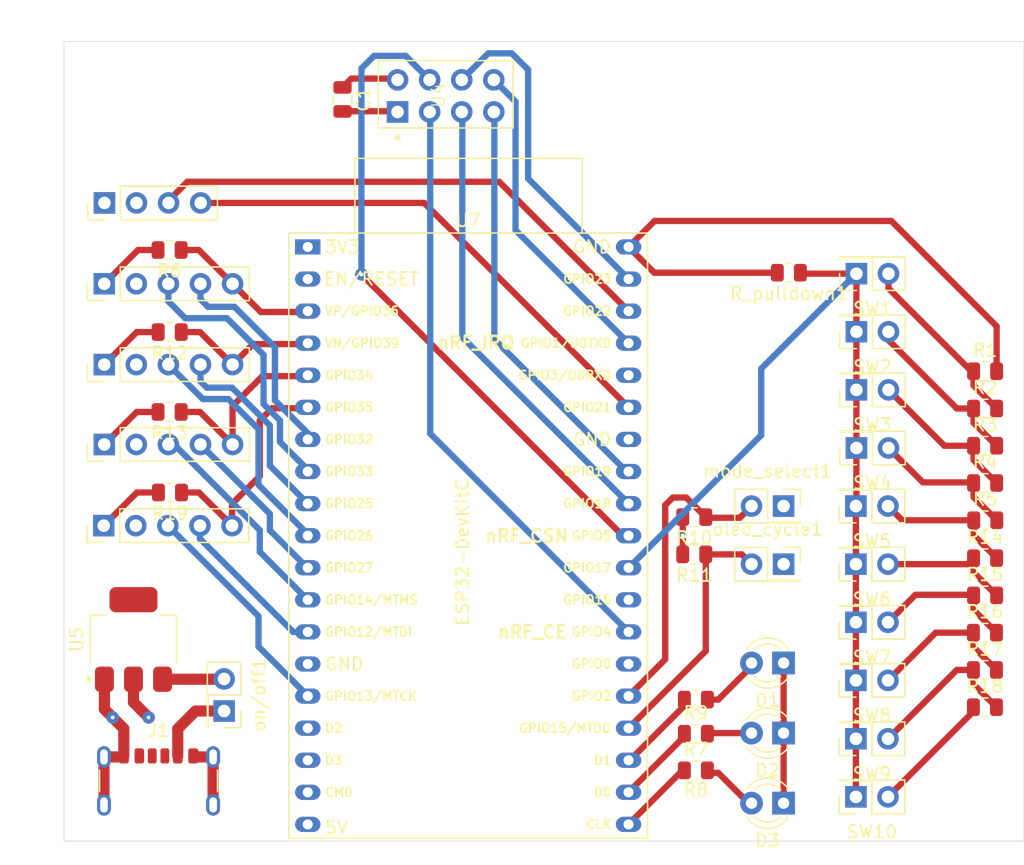
<source format=kicad_pcb>
(kicad_pcb (version 20240108) (generator "pcbnew") (generator_version "8.0")
  (layers (0 "F.Cu" signal) (1 "In1.Cu" power "Vcc") (2 "In2.Cu" power "GND") (31 "B.Cu" signal) (34 "B.Paste" user) (35 "F.Paste" user) (36 "B.SilkS" user "B.Silkscreen") (37 "F.SilkS" user "F.Silkscreen") (38 "B.Mask" user) (39 "F.Mask" user) (44 "Edge.Cuts" user))
  (net 0 "")
  (net 1 "GND")
  (net 2 "/3v3")
  (net 3 "Net-(D1-A)")
  (net 4 "Net-(D2-A)")
  (net 5 "Net-(D3-A)")
  (net 8 "/joy0_y")
  (net 9 "/joy0_x")
  (net 10 "/calibrate_joy0")
  (net 11 "/calibrate_joy1")
  (net 12 "/joy1_y")
  (net 13 "/joy1_x")
  (net 14 "/mode_select")
  (net 15 "/oled_cycle")
  (net 16 "Net-(R1-Pad1)")
  (net 17 "Net-(R2-Pad1)")
  (net 18 "Net-(R3-Pad1)")
  (net 19 "Net-(R4-Pad1)")
  (net 20 "/LED1")
  (net 21 "/LED2")
  (net 22 "/LED0")
  (net 23 "/oled_scl")
  (net 24 "/oled_sda")
  (net 25 "/CSN")
  (net 26 "/SCK")
  (net 27 "/MOSI")
  (net 28 "/MISO")
  (net 29 "/CE")
  (net 34 "/joy2_y")
  (net 37 "/calibrate_joy2")
  (net 38 "Net-(on/off1-A)")
  (net 39 "Net-(U5-VI)")
  (net 40 "/sw_analog_in")
  (net 41 "/joy2_x")
  (net 42 "/IRQ")
  (net 43 "/joy3_x")
  (net 44 "/joy3_y")
  (net 45 "/calibrate_joy3")
  (net 46 "Net-(R14-Pad2)")
  (net 47 "Net-(R14-Pad1)")
  (net 48 "Net-(R15-Pad1)")
  (net 49 "Net-(R16-Pad1)")
  (net 50 "Net-(R17-Pad1)")
  (footprint "custom_controller:custom_nrf_controller" (layer "F.Cu") (at 119.74 87.06 90)
    (property "Reference" "U4")
    (property "Value" "NRF24L01_Breakout")
  )
  (footprint "Connector_PinSocket_2.54mm:PinSocket_2x01_P2.54mm_Vertical" (layer "F.Cu") (at 152.3 119.575 180)
    (property "Reference" "SW5")
    (property "Value" "SW_Push")
  )
  (footprint "Resistor_SMD:R_0805_2012Metric" (layer "F.Cu") (at 162.5275 117.75)
    (property "Reference" "R4")
    (property "Value" "10kΩ")
  )
  (footprint "Resistor_SMD:R_0805_2012Metric" (layer "F.Cu") (at 139.5 123.4 180)
    (property "Reference" "R11")
    (property "Value" "10kΩ")
  )
  (footprint "Connector_PinSocket_2.54mm:PinSocket_2x01_P2.54mm_Vertical" (layer "F.Cu") (at 152.3 133.375 180)
    (property "Reference" "SW8")
    (property "Value" "SW_Push")
  )
  (footprint "Resistor_SMD:R_0805_2012Metric" (layer "F.Cu") (at 139.63 134.9)
    (property "Reference" "R8")
    (property "Value" "1kΩ")
  )
  (footprint "Package_TO_SOT_SMD:SOT-223-3_TabPin2" (layer "F.Cu") (at 95.1 130.1375 90)
    (property "Reference" "U5")
    (property "Value" "AMS1117-3.3")
  )
  (footprint "Resistor_SMD:R_0805_2012Metric" (layer "F.Cu") (at 162.5275 108.9)
    (property "Reference" "R1")
    (property "Value" "10kΩ")
  )
  (footprint "custom_controller:generic_joystick_footprint" (layer "F.Cu") (at 97.945 120.925 90)
    (property "Reference" "joy3" (hide yes))
    (property "Value" "~")
  )
  (footprint "Connector_PinSocket_2.54mm:PinSocket_2x01_P2.54mm_Vertical" (layer "F.Cu") (at 152.3 124.175 180)
    (property "Reference" "SW6")
    (property "Value" "SW_Push")
  )
  (footprint "LED_THT:LED_D3.0mm" (layer "F.Cu") (at 146.575 132 180)
    (property "Reference" "D1")
    (property "Value" "LED")
  )
  (footprint "Resistor_SMD:R_0805_2012Metric" (layer "F.Cu") (at 139.63 137.6)
    (property "Reference" "R9")
    (property "Value" "1kΩ")
  )
  (footprint "custom_controller:generic_joystick_footprint" (layer "F.Cu") (at 97.985 114.5 90)
    (property "Reference" "joy0" (hide yes))
    (property "Value" "~")
  )
  (footprint "Resistor_SMD:R_0805_2012Metric" (layer "F.Cu") (at 162.54 120.7)
    (property "Reference" "R5")
    (property "Value" "10kΩ")
  )
  (footprint "Resistor_SMD:R_0805_2012Metric" (layer "F.Cu") (at 97.96 112.125 180)
    (property "Reference" "R13")
    (property "Value" "10kΩ")
  )
  (footprint "custom_controller:generic_joystick_footprint" (layer "F.Cu") (at 97.985 101.775 90)
    (property "Reference" "joy2" (hide yes))
    (property "Value" "~")
  )
  (footprint "custom_controller:generic_joystick_footprint" (layer "F.Cu") (at 97.985 108.175 90)
    (property "Reference" "joy1" (hide yes))
    (property "Value" "~")
  )
  (footprint "Resistor_SMD:R_0805_2012Metric" (layer "F.Cu") (at 162.515 132.55)
    (property "Reference" "R17")
    (property "Value" "10kΩ")
  )
  (footprint "Resistor_SMD:R_0805_2012Metric" (layer "F.Cu") (at 97.99 118.5 180)
    (property "Reference" "R19")
    (property "Value" "10kΩ")
  )
  (footprint "Connector_PinSocket_2.54mm:PinSocket_2x01_P2.54mm_Vertical" (layer "F.Cu") (at 152.34 101.175 180)
    (property "Reference" "SW1")
    (property "Value" "SW_Push")
  )
  (footprint "Resistor_SMD:R_0805_2012Metric" (layer "F.Cu") (at 146.99 101.1 180)
    (property "Reference" "R_pulldown1")
    (property "Value" "10kΩ")
  )
  (footprint "Resistor_SMD:R_0805_2012Metric" (layer "F.Cu") (at 162.515 129.6)
    (property "Reference" "R16")
    (property "Value" "10kΩ")
  )
  (footprint "Connector_PinSocket_2.54mm:PinSocket_2x01_P2.54mm_Vertical" (layer "F.Cu") (at 152.34 105.775 180)
    (property "Reference" "SW2")
    (property "Value" "SW_Push")
  )
  (footprint "Connector_PinSocket_2.54mm:PinSocket_2x01_P2.54mm_Vertical" (layer "F.Cu") (at 152.3 128.775 180)
    (property "Reference" "SW7")
    (property "Value" "SW_Push")
  )
  (footprint "Resistor_SMD:R_0805_2012Metric" (layer "F.Cu") (at 162.5275 126.65)
    (property "Reference" "R15")
    (property "Value" "10kΩ")
  )
  (footprint "PCM_Espressif:ESP32-DevKitC" (layer "F.Cu") (at 108.9 99.06)
    (property "Reference" "U7")
    (property "Value" "ESP32-DevKitC")
  )
  (footprint "custom_controller:oled_128x64" (layer "F.Cu") (at 96.84 95.375 90)
    (property "Reference" "U1" (hide yes))
    (property "Value" "oled_128x64" (hide yes))
  )
  (footprint "LED_THT:LED_D3.0mm" (layer "F.Cu") (at 146.575 143.1 180)
    (property "Reference" "D3")
    (property "Value" "LED")
  )
  (footprint "Connector_PinSocket_2.54mm:PinSocket_2x01_P2.54mm_Vertical" (layer "F.Cu") (at 102.275 135.8025 -90)
    (property "Reference" "on/off1")
    (property "Value" "SW_SPST")
  )
  (footprint "Connector_USB:USB_C_Receptacle_GCT_USB4125-xx-x_6P_TopMnt_Horizontal" (layer "F.Cu") (at 97.085 142.4375)
    (property "Reference" "J1")
    (property "Value" "USB_C_Receptacle_PowerOnly_6P")
  )
  (footprint "Connector_PinSocket_2.54mm:PinSocket_2x01_P2.54mm_Vertical" (layer "F.Cu") (at 152.34 114.975 180)
    (property "Reference" "SW4")
    (property "Value" "SW_Push")
  )
  (footprint "Connector_PinSocket_2.54mm:PinSocket_2x01_P2.54mm_Vertical" (layer "F.Cu") (at 152.3 142.6 180)
    (property "Reference" "SW10")
    (property "Value" "SW_Push")
  )
  (footprint "Resistor_SMD:R_0805_2012Metric" (layer "F.Cu") (at 139.5 120.45 180)
    (property "Reference" "R10")
    (property "Value" "10kΩ")
  )
  (footprint "Connector_PinSocket_2.54mm:PinSocket_2x01_P2.54mm_Vertical" (layer "F.Cu") (at 152.34 110.375 180)
    (property "Reference" "SW3")
    (property "Value" "SW_Push")
  )
  (footprint "Resistor_SMD:R_0805_2012Metric" (layer "F.Cu") (at 97.97 105.8 180)
    (property "Reference" "R12")
    (property "Value" "10kΩ")
  )
  (footprint "Connector_PinSocket_2.54mm:PinSocket_2x01_P2.54mm_Vertical" (layer "F.Cu") (at 146.575 119.575)
    (property "Reference" "mode_select1")
    (property "Value" "SW_Push")
  )
  (footprint "Capacitor_SMD:C_0805_2012Metric" (layer "F.Cu") (at 111.65 87.38 -90)
    (property "Reference" "C1")
    (property "Value" "10uF")
  )
  (footprint "Resistor_SMD:R_0805_2012Metric" (layer "F.Cu") (at 97.96 99.3 180)
    (property "Reference" "R6")
    (property "Value" "10kΩ")
  )
  (footprint "Connector_PinSocket_2.54mm:PinSocket_2x01_P2.54mm_Vertical" (layer "F.Cu") (at 152.3 138 180)
    (property "Reference" "SW9")
    (property "Value" "SW_Push")
  )
  (footprint "LED_THT:LED_D3.0mm" (layer "F.Cu") (at 146.575 137.55 180)
    (property "Reference" "D2")
    (property "Value" "LED")
  )
  (footprint "Resistor_SMD:R_0805_2012Metric" (layer "F.Cu") (at 162.5275 114.8)
    (property "Reference" "R3")
    (property "Value" "10kΩ")
  )
  (footprint "Resistor_SMD:R_0805_2012Metric" (layer "F.Cu") (at 162.5275 123.7)
    (property "Reference" "R14")
    (property "Value" "10kΩ")
  )
  (footprint "Resistor_SMD:R_0805_2012Metric" (layer "F.Cu") (at 162.515 135.5)
    (property "Reference" "R18")
    (property "Value" "10kΩ")
  )
  (footprint "Resistor_SMD:R_0805_2012Metric" (layer "F.Cu") (at 139.63 140.5)
    (property "Reference" "R7")
    (property "Value" "1kΩ")
  )
  (footprint "Connector_PinSocket_2.54mm:PinSocket_2x01_P2.54mm_Vertical" (layer "F.Cu") (at 146.575 124.175)
    (property "Reference" "oled_cycle1")
    (property "Value" "SW_Push")
  )
  (footprint "Resistor_SMD:R_0805_2012Metric" (layer "F.Cu") (at 162.5275 111.85)
    (property "Reference" "R2")
    (property "Value" "10kΩ")
  )
  (gr_rect (start 89.6 82.8) (end 165.6 146.1) (stroke (width 0.05)) (fill none) (layer "Edge.Cuts"))
  (gr_text "nRF_IRQ" (at 119.05 107.23 0) (layer "F.SilkS") (effects (font (size 1 1) (thickness 0.2) (bold yes)) (justify left bottom)))
  (gr_text "nRF_CE" (at 123.85 130.13 0) (layer "F.SilkS") (effects (font (size 1 1) (thickness 0.2) (bold yes)) (justify left bottom)))
  (gr_text "nRF_CSN" (at 122.85 122.53 0) (layer "F.SilkS") (effects (font (size 1 1) (thickness 0.2) (bold yes)) (justify left bottom)))
  (segment (start 97.0475 99.3) (end 95.46 99.3) (width 0.5) (layer "F.Cu") (net 1))
  (segment (start 138.5875 123.4) (end 138.5875 121.9) (width 0.5) (layer "F.Cu") (net 1))
  (segment (start 95.36 112.125) (end 92.785 114.7) (width 0.5) (layer "F.Cu") (net 1))
  (segment (start 136.36 97) (end 155.1 97) (width 0.5) (layer "F.Cu") (net 1))
  (segment (start 94.255 139.4375) (end 94.335 139.3575) (width 0.5) (layer "F.Cu") (net 1))
  (segment (start 93.45 136.3125) (end 92.8 135.6625) (width 0.885) (layer "F.Cu") (net 1))
  (segment (start 93.45 136.3125) (end 94.335 137.1975) (width 0.885) (layer "F.Cu") (net 1))
  (segment (start 92.765 139.4375) (end 94.255 139.4375) (width 0.885) (layer "F.Cu") (net 1))
  (segment (start 97.0575 105.8) (end 95.36 105.8) (width 0.5) (layer "F.Cu") (net 1))
  (segment (start 97.0775 118.5) (end 95.37 118.5) (width 0.5) (layer "F.Cu") (net 1))
  (segment (start 94.335 137.1975) (end 94.335 139.3575) (width 0.885) (layer "F.Cu") (net 1))
  (segment (start 146.0775 101.1) (end 136.34 101.1) (width 0.5) (layer "F.Cu") (net 1))
  (segment (start 95.36 105.8) (end 92.785 108.375) (width 0.5) (layer "F.Cu") (net 1))
  (segment (start 99.915 139.4375) (end 99.835 139.3575) (width 0.5) (layer "F.Cu") (net 1))
  (segment (start 146.575 132) (end 146.575 137.55) (width 0.5) (layer "F.Cu") (net 1))
  (segment (start 97.0475 112.125) (end 95.36 112.125) (width 0.5) (layer "F.Cu") (net 1))
  (segment (start 101.405 143.2375) (end 101.405 139.4375) (width 0.885) (layer "F.Cu") (net 1))
  (segment (start 136.34 101.1) (end 134.3 99.06) (width 0.5) (layer "F.Cu") (net 1))
  (segment (start 101.405 139.4375) (end 99.915 139.4375) (width 0.885) (layer "F.Cu") (net 1))
  (segment (start 95.46 99.3) (end 92.785 101.975) (width 0.5) (layer "F.Cu") (net 1))
  (segment (start 134.3 99.06) (end 136.36 97) (width 0.5) (layer "F.Cu") (net 1))
  (segment (start 95.37 118.5) (end 92.745 121.125) (width 0.5) (layer "F.Cu") (net 1))
  (segment (start 92.765 143.2375) (end 92.765 139.4375) (width 0.885) (layer "F.Cu") (net 1))
  (segment (start 146.575 137.55) (end 146.575 143.1) (width 0.5) (layer "F.Cu") (net 1))
  (segment (start 163.44 105.34) (end 163.44 108.9) (width 0.5) (layer "F.Cu") (net 1))
  (segment (start 92.8 135.6625) (end 92.8 133.2875) (width 0.885) (layer "F.Cu") (net 1))
  (segment (start 155.1 97) (end 163.44 105.34) (width 0.5) (layer "F.Cu") (net 1))
  (segment (start 138.5875 121.9) (end 138.5875 120.45) (width 0.5) (layer "F.Cu") (net 1))
  (segment (start 111.65 88.315) (end 115.565 88.315) (width 0.5) (layer "F.Cu") (net 1))
  (via (at 93.45 136.3125) (size 0.985) (drill 0.3) (layers "F.Cu" "B.Cu") (net 1))
  (via (at 138.5875 121.9) (size 0.6) (drill 0.3) (layers "F.Cu" "B.Cu") (net 1))
  (segment (start 154.84 142.6) (end 161.6025 135.8375) (width 0.5) (layer "F.Cu") (net 2))
  (segment (start 95.1 135.1125) (end 95.1 133.2875) (width 0.885) (layer "F.Cu") (net 2))
  (segment (start 115.91 85.73) (end 116.01 85.83) (width 0.5) (layer "F.Cu") (net 2))
  (segment (start 161.6025 135.8375) (end 161.6025 135.5) (width 0.5) (layer "F.Cu") (net 2))
  (segment (start 112.35 85.73) (end 115.91 85.73) (width 0.5) (layer "F.Cu") (net 2))
  (segment (start 96.3 136.3125) (end 95.1 135.1125) (width 0.885) (layer "F.Cu") (net 2))
  (segment (start 111.65 86.43) (end 112.35 85.73) (width 0.5) (layer "F.Cu") (net 2))
  (via (at 96.3 136.3125) (size 0.985) (drill 0.3) (layers "F.Cu" "B.Cu") (net 2))
  (segment (start 141.4 134.9) (end 144.035 132.265) (width 0.5) (layer "F.Cu") (net 3))
  (segment (start 140.5425 134.9) (end 141.4 134.9) (width 0.5) (layer "F.Cu") (net 3))
  (segment (start 144.035 132.265) (end 144.035 132) (width 0.5) (layer "F.Cu") (net 3))
  (segment (start 140.5425 137.55) (end 144.035 137.55) (width 0.5) (layer "F.Cu") (net 4))
  (segment (start 141.4 140.7) (end 143.8 143.1) (width 0.5) (layer "F.Cu") (net 5))
  (segment (start 140.5425 140.7) (end 141.4 140.7) (width 0.5) (layer "F.Cu") (net 5))
  (segment (start 143.8 143.1) (end 144.035 143.1) (width 0.5) (layer "F.Cu") (net 5))
  (segment (start 105.9 120.195) (end 105.9 121.5) (width 0.5) (layer "B.Cu") (net 8))
  (segment (start 100.405 114.7) (end 105.9 120.195) (width 0.5) (layer "B.Cu") (net 8))
  (segment (start 108.86 124.46) (end 108.9 124.46) (width 0.5) (layer "B.Cu") (net 8))
  (segment (start 105.9 121.5) (end 108.86 124.46) (width 0.5) (layer "B.Cu") (net 8))
  (segment (start 105.1 123.2) (end 108.9 127) (width 0.5) (layer "B.Cu") (net 9))
  (segment (start 97.865 114.7) (end 98.318478 114.7) (width 0.5) (layer "B.Cu") (net 9))
  (segment (start 98.318478 114.7) (end 105.1 121.481522) (width 0.5) (layer "B.Cu") (net 9))
  (segment (start 105.1 121.481522) (end 105.1 123.2) (width 0.5) (layer "B.Cu") (net 9))
  (segment (start 98.8725 112.125) (end 100.37 112.125) (width 0.5) (layer "F.Cu") (net 10))
  (segment (start 105.31 109.29) (end 102.945 111.655) (width 0.5) (layer "F.Cu") (net 10))
  (segment (start 108.9 109.22) (end 108.83 109.29) (width 0.5) (layer "F.Cu") (net 10))
  (segment (start 108.83 109.29) (end 105.31 109.29) (width 0.5) (layer "F.Cu") (net 10))
  (segment (start 100.37 112.125) (end 102.945 114.7) (width 0.5) (layer "F.Cu") (net 10))
  (segment (start 102.945 111.655) (end 102.945 114.7) (width 0.5) (layer "F.Cu") (net 10))
  (segment (start 100.37 105.8) (end 102.945 108.375) (width 0.5) (layer "F.Cu") (net 11))
  (segment (start 108.9 106.68) (end 108.83 106.75) (width 0.5) (layer "F.Cu") (net 11))
  (segment (start 98.8825 105.8) (end 100.37 105.8) (width 0.5) (layer "F.Cu") (net 11))
  (segment (start 108.83 106.75) (end 104.57 106.75) (width 0.5) (layer "F.Cu") (net 11))
  (segment (start 104.57 106.75) (end 102.945 108.375) (width 0.5) (layer "F.Cu") (net 11))
  (segment (start 105.9 113.2) (end 105.9 116.38) (width 0.5) (layer "B.Cu") (net 12))
  (segment (start 102.9 110.2) (end 105.9 113.2) (width 0.5) (layer "B.Cu") (net 12))
  (segment (start 100.405 109.705) (end 100.9 110.2) (width 0.5) (layer "B.Cu") (net 12))
  (segment (start 100.9 110.2) (end 102.9 110.2) (width 0.5) (layer "B.Cu") (net 12))
  (segment (start 100.405 108.375) (end 100.405 109.705) (width 0.5) (layer "B.Cu") (net 12))
  (segment (start 105.9 116.38) (end 108.97 119.45) (width 0.5) (layer "B.Cu") (net 12))
  (segment (start 105 117.9) (end 108.9 121.8) (width 0.5) (layer "B.Cu") (net 13))
  (segment (start 102.61005 111.1) (end 105 113.48995) (width 0.5) (layer "B.Cu") (net 13))
  (segment (start 100.59 111.1) (end 102.61005 111.1) (width 0.5) (layer "B.Cu") (net 13))
  (segment (start 105 113.48995) (end 105 117.9) (width 0.5) (layer "B.Cu") (net 13))
  (segment (start 97.865 108.375) (end 100.59 111.1) (width 0.5) (layer "B.Cu") (net 13))
  (segment (start 108.9 121.8) (end 108.9 121.92) (width 0.5) (layer "B.Cu") (net 13))
  (segment (start 137.2 131.72) (end 134.3 134.62) (width 0.5) (layer "F.Cu") (net 14))
  (segment (start 137.8 118.9) (end 137.2 119.5) (width 0.5) (layer "F.Cu") (net 14))
  (segment (start 143.11 120.5) (end 140.4625 120.5) (width 0.5) (layer "F.Cu") (net 14))
  (segment (start 137.2 119.5) (end 137.2 131.72) (width 0.5) (layer "F.Cu") (net 14))
  (segment (start 144.035 119.575) (end 143.11 120.5) (width 0.5) (layer "F.Cu") (net 14))
  (segment (start 138.8625 118.9) (end 137.8 118.9) (width 0.5) (layer "F.Cu") (net 14))
  (segment (start 140.4125 120.45) (end 138.8625 118.9) (width 0.5) (layer "F.Cu") (net 14))
  (segment (start 140.4625 120.5) (end 140.4125 120.45) (width 0.5) (layer "F.Cu") (net 14))
  (segment (start 140.4125 123.4) (end 140.4125 131.0475) (width 0.5) (layer "F.Cu") (net 15))
  (segment (start 143.26 123.4) (end 144.035 124.175) (width 0.5) (layer "F.Cu") (net 15))
  (segment (start 140.4125 131.0475) (end 134.3 137.16) (width 0.5) (layer "F.Cu") (net 15))
  (segment (start 140.4125 123.4) (end 143.26 123.4) (width 0.5) (layer "F.Cu") (net 15))
  (segment (start 161.44 108.9) (end 154.88 102.34) (width 0.5) (layer "F.Cu") (net 16))
  (segment (start 161.615 108.9) (end 161.615 110.025) (width 0.5) (layer "F.Cu") (net 16))
  (segment (start 154.88 102.34) (end 154.88 101.175) (width 0.5) (layer "F.Cu") (net 16))
  (segment (start 161.615 110.025) (end 163.44 111.85) (width 0.5) (layer "F.Cu") (net 16))
  (segment (start 161.615 108.9) (end 161.44 108.9) (width 0.5) (layer "F.Cu") (net 16))
  (segment (start 161.615 111.85) (end 161.615 112.975) (width 0.5) (layer "F.Cu") (net 17))
  (segment (start 154.88 106.44) (end 160.29 111.85) (width 0.5) (layer "F.Cu") (net 17))
  (segment (start 161.615 112.975) (end 163.44 114.8) (width 0.5) (layer "F.Cu") (net 17))
  (segment (start 160.29 111.85) (end 161.615 111.85) (width 0.5) (layer "F.Cu") (net 17))
  (segment (start 154.88 105.775) (end 154.88 106.44) (width 0.5) (layer "F.Cu") (net 17))
  (segment (start 161.615 114.8) (end 161.615 115.925) (width 0.5) (layer "F.Cu") (net 18))
  (segment (start 159.305 114.8) (end 161.615 114.8) (width 0.5) (layer "F.Cu") (net 18))
  (segment (start 154.88 110.375) (end 159.305 114.8) (width 0.5) (layer "F.Cu") (net 18))
  (segment (start 161.615 115.925) (end 163.44 117.75) (width 0.5) (layer "F.Cu") (net 18))
  (segment (start 161.615 118.8625) (end 163.4525 120.7) (width 0.5) (layer "F.Cu") (net 19))
  (segment (start 161.615 117.75) (end 161.615 118.8625) (width 0.5) (layer "F.Cu") (net 19))
  (segment (start 161.565 117.7) (end 161.615 117.75) (width 0.5) (layer "F.Cu") (net 19))
  (segment (start 154.88 114.975) (end 157.605 117.7) (width 0.5) (layer "F.Cu") (net 19))
  (segment (start 157.605 117.7) (end 161.565 117.7) (width 0.5) (layer "F.Cu") (net 19))
  (segment (start 138.7175 135.3825) (end 134.4 139.7) (width 0.5) (layer "F.Cu") (net 20))
  (segment (start 138.7175 135.2825) (end 138.7175 135.3825) (width 0.5) (layer "F.Cu") (net 20))
  (segment (start 134.4 139.7) (end 134.3 139.7) (width 0.5) (layer "F.Cu") (net 20))
  (segment (start 138.7175 137.8) (end 138.7175 138.0661) (width 0.5) (layer "F.Cu") (net 21))
  (segment (start 138.7175 137.8161) (end 134.29632 142.23728) (width 0.5) (layer "F.Cu") (net 21))
  (segment (start 138.6236 140.45) (end 134.29632 144.77728) (width 0.5) (layer "F.Cu") (net 22))
  (segment (start 138.7175 140.7) (end 138.6236 140.7) (width 0.5) (layer "F.Cu") (net 22))
  (segment (start 99.37 93.9) (end 124.06 93.9) (width 0.5) (layer "F.Cu") (net 23))
  (segment (start 124.06 93.9) (end 134.3 104.14) (width 0.5) (layer "F.Cu") (net 23))
  (segment (start 97.695 95.575) (end 99.37 93.9) (width 0.5) (layer "F.Cu") (net 23))
  (segment (start 118.115 95.575) (end 118.22 95.68) (width 0.5) (layer "F.Cu") (net 24))
  (segment (start 118.22 95.68) (end 134.3 111.76) (width 0.5) (layer "F.Cu") (net 24))
  (segment (start 100.235 95.575) (end 118.115 95.575) (width 0.5) (layer "F.Cu") (net 24))
  (segment (start 113.15 101.235) (end 133.835 121.92) (width 0.5) (layer "F.Cu") (net 25))
  (via (at 113.15 101.235) (size 0.985) (drill 0.3) (layers "F.Cu" "B.Cu") (net 25))
  (segment (start 113.15 101.235) (end 113.15 84.93) (width 0.5) (layer "B.Cu") (net 25))
  (segment (start 114.15 83.93) (end 116.65 83.93) (width 0.5) (layer "B.Cu") (net 25))
  (segment (start 113.15 84.93) (end 114.15 83.93) (width 0.5) (layer "B.Cu") (net 25))
  (segment (start 116.65 83.93) (end 118.55 85.83) (width 0.5) (layer "B.Cu") (net 25))
  (segment (start 121.135 88.415) (end 121.135 106.215) (width 0.5) (layer "B.Cu") (net 26))
  (segment (start 121.09 88.37) (end 121.135 88.415) (width 0.5) (layer "B.Cu") (net 26))
  (segment (start 121.135 106.215) (end 134.3 119.38) (width 0.5) (layer "B.Cu") (net 26))
  (segment (start 123.19 83.73) (end 125.05 83.73) (width 0.5) (layer "B.Cu") (net 27))
  (segment (start 121.09 85.83) (end 123.19 83.73) (width 0.5) (layer "B.Cu") (net 27))
  (segment (start 126.35 93.65) (end 134.3 101.6) (width 0.5) (layer "B.Cu") (net 27))
  (segment (start 121.135 86.265) (end 121.09 86.22) (width 0.5) (layer "B.Cu") (net 27))
  (segment (start 121.09 86.22) (end 121.09 85.83) (width 0.5) (layer "B.Cu") (net 27))
  (segment (start 126.35 85.03) (end 126.35 93.65) (width 0.5) (layer "B.Cu") (net 27))
  (segment (start 125.05 83.73) (end 126.35 85.03) (width 0.5) (layer "B.Cu") (net 27))
  (segment (start 123.675 88.805) (end 123.675 106.375) (width 0.5) (layer "B.Cu") (net 28))
  (segment (start 134.14 116.84) (end 134.3 116.84) (width 0.5) (layer "B.Cu") (net 28))
  (segment (start 123.675 106.375) (end 134.14 116.84) (width 0.5) (layer "B.Cu") (net 28))
  (segment (start 118.55 88.37) (end 118.595 88.415) (width 0.5) (layer "B.Cu") (net 29))
  (segment (start 118.595 88.415) (end 118.595 113.835) (width 0.5) (layer "B.Cu") (net 29))
  (segment (start 118.595 113.835) (end 134.3 129.54) (width 0.5) (layer "B.Cu") (net 29))
  (segment (start 100.405 101.975) (end 100.405 103.205) (width 0.5) (layer "B.Cu") (net 34))
  (segment (start 100.405 103.205) (end 101 103.8) (width 0.5) (layer "B.Cu") (net 34))
  (segment (start 108.97 113.87) (end 108.97 114.37) (width 0.5) (layer "B.Cu") (net 34))
  (segment (start 101 103.8) (end 103.1 103.8) (width 0.5) (layer "B.Cu") (net 34))
  (segment (start 106.3 111.2) (end 108.97 113.87) (width 0.5) (layer "B.Cu") (net 34))
  (segment (start 103.1 103.8) (end 106.3 107) (width 0.5) (layer "B.Cu") (net 34))
  (segment (start 106.3 107) (end 106.3 111.2) (width 0.5) (layer "B.Cu") (net 34))
  (segment (start 100.27 99.3) (end 102.945 101.975) (width 0.5) (layer "F.Cu") (net 37))
  (segment (start 108.83 104.21) (end 108.9 104.14) (width 0.5) (layer "F.Cu") (net 37))
  (segment (start 102.945 101.975) (end 105.18 104.21) (width 0.5) (layer "F.Cu") (net 37))
  (segment (start 98.8725 99.3) (end 100.27 99.3) (width 0.5) (layer "F.Cu") (net 37))
  (segment (start 105.18 104.21) (end 108.83 104.21) (width 0.5) (layer "F.Cu") (net 37))
  (segment (start 98.605 137.2075) (end 100.01 135.8025) (width 0.885) (layer "F.Cu") (net 38))
  (segment (start 98.605 139.3575) (end 98.605 137.2075) (width 0.885) (layer "F.Cu") (net 38))
  (segment (start 100.01 135.8025) (end 102.275 135.8025) (width 0.885) (layer "F.Cu") (net 38))
  (segment (start 101.785 133.2875) (end 97.4 133.2875) (width 0.885) (layer "F.Cu") (net 39))
  (segment (start 152.34 119.535) (end 152.3 119.575) (width 0.5) (layer "F.Cu") (net 40))
  (segment (start 152.34 105.775) (end 152.34 110.375) (width 0.5) (layer "F.Cu") (net 40))
  (segment (start 152.34 110.375) (end 152.34 114.975) (width 0.5) (layer "F.Cu") (net 40))
  (segment (start 152.3 133.375) (end 152.3 138) (width 0.5) (layer "F.Cu") (net 40))
  (segment (start 152.3 128.775) (end 152.3 133.375) (width 0.5) (layer "F.Cu") (net 40))
  (segment (start 147.9775 101.175) (end 147.9025 101.1) (width 0.5) (layer "F.Cu") (net 40))
  (segment (start 152.34 114.975) (end 152.34 119.535) (width 0.5) (layer "F.Cu") (net 40))
  (segment (start 152.3 119.575) (end 152.3 124.175) (width 0.5) (layer "F.Cu") (net 40))
  (segment (start 152.3 124.175) (end 152.3 128.775) (width 0.5) (layer "F.Cu") (net 40))
  (segment (start 152.3 138) (end 152.3 142.6) (width 0.5) (layer "F.Cu") (net 40))
  (segment (start 152.34 101.175) (end 147.9775 101.175) (width 0.5) (layer "F.Cu") (net 40))
  (segment (start 152.34 101.175) (end 152.34 105.775) (width 0.5) (layer "F.Cu") (net 40))
  (segment (start 152.325 101.175) (end 152.34 101.175) (width 0.5) (layer "B.Cu") (net 40))
  (segment (start 134.3 124.46) (end 144.8 113.96) (width 0.5) (layer "B.Cu") (net 40))
  (segment (start 144.8 108.7) (end 152.325 101.175) (width 0.5) (layer "B.Cu") (net 40))
  (segment (start 144.8 113.96) (end 144.8 108.7) (width 0.5) (layer "B.Cu") (net 40))
  (segment (start 105.4 107.6) (end 105.4 111.5) (width 0.5) (layer "B.Cu") (net 41))
  (segment (start 97.865 103.365) (end 99.2 104.7) (width 0.5) (layer "B.Cu") (net 41))
  (segment (start 106.7 112.8) (end 106.7 114.5) (width 0.5) (layer "B.Cu") (net 41))
  (segment (start 105.4 111.5) (end 106.7 112.8) (width 0.5) (layer "B.Cu") (net 41))
  (segment (start 108.9 116.7) (end 108.9 116.84) (width 0.5) (layer "B.Cu") (net 41))
  (segment (start 106.7 114.5) (end 108.9 116.7) (width 0.5) (layer "B.Cu") (net 41))
  (segment (start 102.5 104.7) (end 105.4 107.6) (width 0.5) (layer "B.Cu") (net 41))
  (segment (start 97.865 101.975) (end 97.865 103.365) (width 0.5) (layer "B.Cu") (net 41))
  (segment (start 99.2 104.7) (end 102.5 104.7) (width 0.5) (layer "B.Cu") (net 41))
  (segment (start 123.63 85.83) (end 125.35 87.55) (width 0.5) (layer "B.Cu") (net 42))
  (segment (start 125.35 97.73) (end 134.3 106.68) (width 0.5) (layer "B.Cu") (net 42))
  (segment (start 125.35 87.55) (end 125.35 97.73) (width 0.5) (layer "B.Cu") (net 42))
  (segment (start 105 128.3) (end 105 130.7) (width 0.5) (layer "B.Cu") (net 43))
  (segment (start 108.9 134.6) (end 108.9 134.62) (width 0.5) (layer "B.Cu") (net 43))
  (segment (start 105 130.7) (end 108.9 134.6) (width 0.5) (layer "B.Cu") (net 43))
  (segment (start 97.825 121.125) (end 105 128.3) (width 0.5) (layer "B.Cu") (net 43))
  (segment (start 107.74 129.54) (end 108.9 129.54) (width 0.5) (layer "B.Cu") (net 44))
  (segment (start 100.365 122.165) (end 107.74 129.54) (width 0.5) (layer "B.Cu") (net 44))
  (segment (start 100.365 121.125) (end 100.365 122.165) (width 0.5) (layer "B.Cu") (net 44))
  (segment (start 108.9 111.76) (end 108.83 111.83) (width 0.5) (layer "F.Cu") (net 45))
  (segment (start 100.28 118.5) (end 102.905 121.125) (width 0.5) (layer "F.Cu") (net 45))
  (segment (start 106.07 111.83) (end 105.1 112.8) (width 0.5) (layer "F.Cu") (net 45))
  (segment (start 105.1 112.8) (end 105.1 117.2) (width 0.5) (layer "F.Cu") (net 45))
  (segment (start 102.905 119.395) (end 102.905 121.125) (width 0.5) (layer "F.Cu") (net 45))
  (segment (start 98.9025 118.5) (end 100.28 118.5) (width 0.5) (layer "F.Cu") (net 45))
  (segment (start 108.83 111.83) (end 106.07 111.83) (width 0.5) (layer "F.Cu") (net 45))
  (segment (start 105.1 117.2) (end 102.905 119.395) (width 0.5) (layer "F.Cu") (net 45))
  (segment (start 161.6275 120.7) (end 161.6275 121.8875) (width 0.5) (layer "F.Cu") (net 46))
  (segment (start 161.6275 121.8875) (end 163.44 123.7) (width 0.5) (layer "F.Cu") (net 46))
  (segment (start 155.965 120.7) (end 161.6275 120.7) (width 0.5) (layer "F.Cu") (net 46))
  (segment (start 154.84 119.575) (end 155.965 120.7) (width 0.5) (layer "F.Cu") (net 46))
  (segment (start 161.615 124.825) (end 163.44 126.65) (width 0.5) (layer "F.Cu") (net 47))
  (segment (start 161.14 124.175) (end 161.615 123.7) (width 0.5) (layer "F.Cu") (net 47))
  (segment (start 154.84 124.175) (end 161.14 124.175) (width 0.5) (layer "F.Cu") (net 47))
  (segment (start 161.615 123.7) (end 161.615 124.825) (width 0.5) (layer "F.Cu") (net 47))
  (segment (start 154.84 128.775) (end 157.015 126.6) (width 0.5) (layer "F.Cu") (net 48))
  (segment (start 161.615 126.65) (end 161.615 127.7875) (width 0.5) (layer "F.Cu") (net 48))
  (segment (start 161.565 126.6) (end 161.615 126.65) (width 0.5) (layer "F.Cu") (net 48))
  (segment (start 157.015 126.6) (end 161.565 126.6) (width 0.5) (layer "F.Cu") (net 48))
  (segment (start 161.615 127.7875) (end 163.4275 129.6) (width 0.5) (layer "F.Cu") (net 48))
  (segment (start 158.615 129.6) (end 161.6025 129.6) (width 0.5) (layer "F.Cu") (net 49))
  (segment (start 154.84 133.375) (end 158.615 129.6) (width 0.5) (layer "F.Cu") (net 49))
  (segment (start 161.6025 129.6) (end 161.6025 130.725) (width 0.5) (layer "F.Cu") (net 49))
  (segment (start 161.6025 130.725) (end 163.4275 132.55) (width 0.5) (layer "F.Cu") (net 49))
  (segment (start 154.84 138) (end 160.29 132.55) (width 0.5) (layer "F.Cu") (net 50))
  (segment (start 161.6025 132.55) (end 161.6025 133.675) (width 0.5) (layer "F.Cu") (net 50))
  (segment (start 160.29 132.55) (end 161.6025 132.55) (width 0.5) (layer "F.Cu") (net 50))
  (segment (start 161.6025 133.675) (end 163.4275 135.5) (width 0.5) (layer "F.Cu") (net 50))
)
</source>
